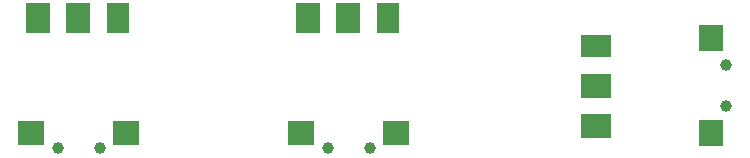
<source format=gbp>
G04 MADE WITH FRITZING*
G04 WWW.FRITZING.ORG*
G04 DOUBLE SIDED*
G04 HOLES PLATED*
G04 CONTOUR ON CENTER OF CONTOUR VECTOR*
%ASAXBY*%
%FSLAX23Y23*%
%MOIN*%
%OFA0B0*%
%SFA1.0B1.0*%
%ADD10C,0.039361*%
%ADD11R,0.078736X0.088792*%
%ADD12R,0.098417X0.078750*%
%ADD13R,0.078736X0.088778*%
%ADD14R,0.098417X0.078208*%
%ADD15R,0.088792X0.078736*%
%ADD16R,0.078750X0.098417*%
%ADD17R,0.088778X0.078736*%
%ADD18R,0.078208X0.098417*%
%ADD19R,0.001000X0.001000*%
%LNPASTEMASK0*%
G90*
G70*
G54D10*
X2620Y367D03*
X2620Y228D03*
X1431Y88D03*
X1292Y88D03*
X531Y88D03*
X392Y88D03*
G54D11*
X2569Y139D03*
G54D12*
X2187Y296D03*
G54D13*
X2569Y456D03*
G54D12*
X2187Y161D03*
G54D14*
X2187Y429D03*
G54D15*
X1203Y139D03*
G54D16*
X1360Y521D03*
G54D17*
X1520Y139D03*
G54D16*
X1225Y521D03*
G54D18*
X1493Y521D03*
G54D15*
X303Y139D03*
G54D16*
X460Y521D03*
G54D17*
X620Y139D03*
G54D16*
X325Y521D03*
G54D18*
X593Y521D03*
G54D19*
D02*
G04 End of PasteMask0*
M02*
</source>
